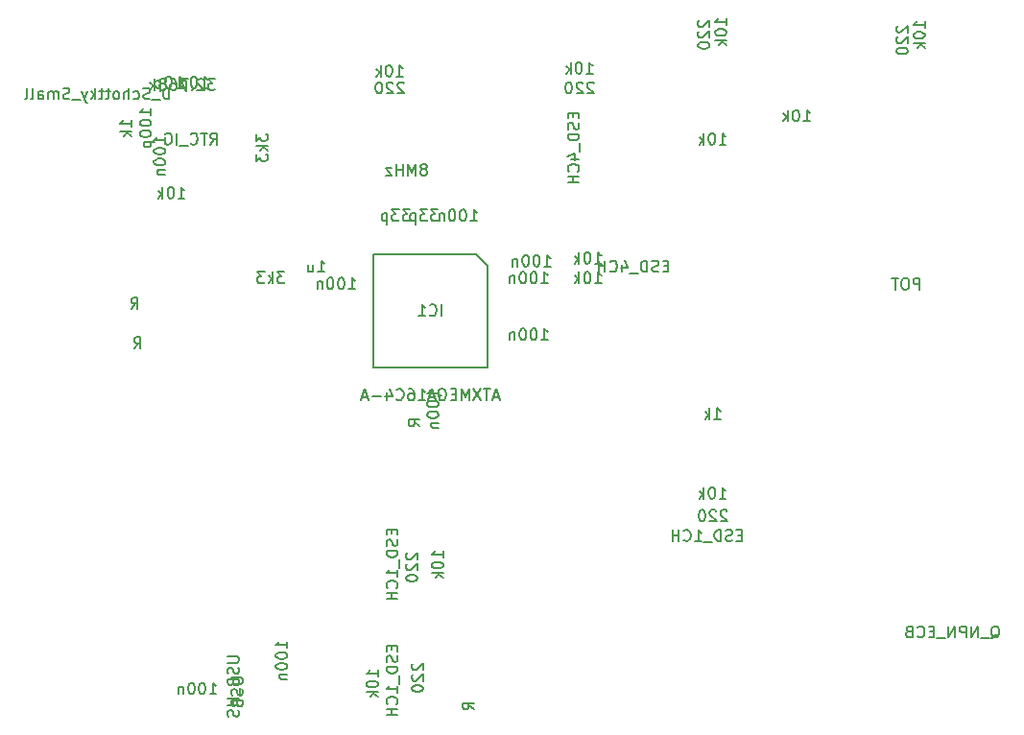
<source format=gbr>
G04 #@! TF.FileFunction,Other,Fab,Bot*
%FSLAX46Y46*%
G04 Gerber Fmt 4.6, Leading zero omitted, Abs format (unit mm)*
G04 Created by KiCad (PCBNEW 4.0.4+dfsg1-stable) date Fri Mar  3 13:36:28 2017*
%MOMM*%
%LPD*%
G01*
G04 APERTURE LIST*
%ADD10C,0.100000*%
%ADD11C,0.150000*%
G04 APERTURE END LIST*
D10*
D11*
X42836900Y47380100D02*
X33836900Y47380100D01*
X33836900Y47380100D02*
X33836900Y37380100D01*
X33836900Y37380100D02*
X43836900Y37380100D01*
X43836900Y37380100D02*
X43836900Y46380100D01*
X43836900Y46380100D02*
X42836900Y47380100D01*
X44860710Y34763433D02*
X44384519Y34763433D01*
X44955948Y34477719D02*
X44622615Y35477719D01*
X44289281Y34477719D01*
X44098805Y35477719D02*
X43527376Y35477719D01*
X43813091Y34477719D02*
X43813091Y35477719D01*
X43289281Y35477719D02*
X42622614Y34477719D01*
X42622614Y35477719D02*
X43289281Y34477719D01*
X42241662Y34477719D02*
X42241662Y35477719D01*
X41908328Y34763433D01*
X41574995Y35477719D01*
X41574995Y34477719D01*
X41098805Y35001529D02*
X40765471Y35001529D01*
X40622614Y34477719D02*
X41098805Y34477719D01*
X41098805Y35477719D01*
X40622614Y35477719D01*
X39670233Y35430100D02*
X39765471Y35477719D01*
X39908328Y35477719D01*
X40051186Y35430100D01*
X40146424Y35334862D01*
X40194043Y35239624D01*
X40241662Y35049148D01*
X40241662Y34906290D01*
X40194043Y34715814D01*
X40146424Y34620576D01*
X40051186Y34525338D01*
X39908328Y34477719D01*
X39813090Y34477719D01*
X39670233Y34525338D01*
X39622614Y34572957D01*
X39622614Y34906290D01*
X39813090Y34906290D01*
X39241662Y34763433D02*
X38765471Y34763433D01*
X39336900Y34477719D02*
X39003567Y35477719D01*
X38670233Y34477719D01*
X37813090Y34477719D02*
X38384519Y34477719D01*
X38098805Y34477719D02*
X38098805Y35477719D01*
X38194043Y35334862D01*
X38289281Y35239624D01*
X38384519Y35192005D01*
X36955947Y35477719D02*
X37146424Y35477719D01*
X37241662Y35430100D01*
X37289281Y35382481D01*
X37384519Y35239624D01*
X37432138Y35049148D01*
X37432138Y34668195D01*
X37384519Y34572957D01*
X37336900Y34525338D01*
X37241662Y34477719D01*
X37051185Y34477719D01*
X36955947Y34525338D01*
X36908328Y34572957D01*
X36860709Y34668195D01*
X36860709Y34906290D01*
X36908328Y35001529D01*
X36955947Y35049148D01*
X37051185Y35096767D01*
X37241662Y35096767D01*
X37336900Y35049148D01*
X37384519Y35001529D01*
X37432138Y34906290D01*
X35860709Y34572957D02*
X35908328Y34525338D01*
X36051185Y34477719D01*
X36146423Y34477719D01*
X36289281Y34525338D01*
X36384519Y34620576D01*
X36432138Y34715814D01*
X36479757Y34906290D01*
X36479757Y35049148D01*
X36432138Y35239624D01*
X36384519Y35334862D01*
X36289281Y35430100D01*
X36146423Y35477719D01*
X36051185Y35477719D01*
X35908328Y35430100D01*
X35860709Y35382481D01*
X35003566Y35144386D02*
X35003566Y34477719D01*
X35241662Y35525338D02*
X35479757Y34811052D01*
X34860709Y34811052D01*
X34479757Y34858671D02*
X33717852Y34858671D01*
X33289281Y34763433D02*
X32813090Y34763433D01*
X33384519Y34477719D02*
X33051186Y35477719D01*
X32717852Y34477719D01*
X39813090Y41927719D02*
X39813090Y42927719D01*
X38765471Y42022957D02*
X38813090Y41975338D01*
X38955947Y41927719D01*
X39051185Y41927719D01*
X39194043Y41975338D01*
X39289281Y42070576D01*
X39336900Y42165814D01*
X39384519Y42356290D01*
X39384519Y42499148D01*
X39336900Y42689624D01*
X39289281Y42784862D01*
X39194043Y42880100D01*
X39051185Y42927719D01*
X38955947Y42927719D01*
X38813090Y42880100D01*
X38765471Y42832481D01*
X37813090Y41927719D02*
X38384519Y41927719D01*
X38098805Y41927719D02*
X38098805Y42927719D01*
X38194043Y42784862D01*
X38289281Y42689624D01*
X38384519Y42642005D01*
X48619047Y44797619D02*
X49190476Y44797619D01*
X48904762Y44797619D02*
X48904762Y45797619D01*
X49000000Y45654762D01*
X49095238Y45559524D01*
X49190476Y45511905D01*
X48000000Y45797619D02*
X47904761Y45797619D01*
X47809523Y45750000D01*
X47761904Y45702381D01*
X47714285Y45607143D01*
X47666666Y45416667D01*
X47666666Y45178571D01*
X47714285Y44988095D01*
X47761904Y44892857D01*
X47809523Y44845238D01*
X47904761Y44797619D01*
X48000000Y44797619D01*
X48095238Y44845238D01*
X48142857Y44892857D01*
X48190476Y44988095D01*
X48238095Y45178571D01*
X48238095Y45416667D01*
X48190476Y45607143D01*
X48142857Y45702381D01*
X48095238Y45750000D01*
X48000000Y45797619D01*
X47047619Y45797619D02*
X46952380Y45797619D01*
X46857142Y45750000D01*
X46809523Y45702381D01*
X46761904Y45607143D01*
X46714285Y45416667D01*
X46714285Y45178571D01*
X46761904Y44988095D01*
X46809523Y44892857D01*
X46857142Y44845238D01*
X46952380Y44797619D01*
X47047619Y44797619D01*
X47142857Y44845238D01*
X47190476Y44892857D01*
X47238095Y44988095D01*
X47285714Y45178571D01*
X47285714Y45416667D01*
X47238095Y45607143D01*
X47190476Y45702381D01*
X47142857Y45750000D01*
X47047619Y45797619D01*
X46285714Y45464286D02*
X46285714Y44797619D01*
X46285714Y45369048D02*
X46238095Y45416667D01*
X46142857Y45464286D01*
X45999999Y45464286D01*
X45904761Y45416667D01*
X45857142Y45321429D01*
X45857142Y44797619D01*
X48869047Y46297619D02*
X49440476Y46297619D01*
X49154762Y46297619D02*
X49154762Y47297619D01*
X49250000Y47154762D01*
X49345238Y47059524D01*
X49440476Y47011905D01*
X48250000Y47297619D02*
X48154761Y47297619D01*
X48059523Y47250000D01*
X48011904Y47202381D01*
X47964285Y47107143D01*
X47916666Y46916667D01*
X47916666Y46678571D01*
X47964285Y46488095D01*
X48011904Y46392857D01*
X48059523Y46345238D01*
X48154761Y46297619D01*
X48250000Y46297619D01*
X48345238Y46345238D01*
X48392857Y46392857D01*
X48440476Y46488095D01*
X48488095Y46678571D01*
X48488095Y46916667D01*
X48440476Y47107143D01*
X48392857Y47202381D01*
X48345238Y47250000D01*
X48250000Y47297619D01*
X47297619Y47297619D02*
X47202380Y47297619D01*
X47107142Y47250000D01*
X47059523Y47202381D01*
X47011904Y47107143D01*
X46964285Y46916667D01*
X46964285Y46678571D01*
X47011904Y46488095D01*
X47059523Y46392857D01*
X47107142Y46345238D01*
X47202380Y46297619D01*
X47297619Y46297619D01*
X47392857Y46345238D01*
X47440476Y46392857D01*
X47488095Y46488095D01*
X47535714Y46678571D01*
X47535714Y46916667D01*
X47488095Y47107143D01*
X47440476Y47202381D01*
X47392857Y47250000D01*
X47297619Y47297619D01*
X46535714Y46964286D02*
X46535714Y46297619D01*
X46535714Y46869048D02*
X46488095Y46916667D01*
X46392857Y46964286D01*
X46249999Y46964286D01*
X46154761Y46916667D01*
X46107142Y46821429D01*
X46107142Y46297619D01*
X28916666Y45797619D02*
X29488095Y45797619D01*
X29202381Y45797619D02*
X29202381Y46797619D01*
X29297619Y46654762D01*
X29392857Y46559524D01*
X29488095Y46511905D01*
X28059523Y46464286D02*
X28059523Y45797619D01*
X28488095Y46464286D02*
X28488095Y45940476D01*
X28440476Y45845238D01*
X28345238Y45797619D01*
X28202380Y45797619D01*
X28107142Y45845238D01*
X28059523Y45892857D01*
X31619047Y44297619D02*
X32190476Y44297619D01*
X31904762Y44297619D02*
X31904762Y45297619D01*
X32000000Y45154762D01*
X32095238Y45059524D01*
X32190476Y45011905D01*
X31000000Y45297619D02*
X30904761Y45297619D01*
X30809523Y45250000D01*
X30761904Y45202381D01*
X30714285Y45107143D01*
X30666666Y44916667D01*
X30666666Y44678571D01*
X30714285Y44488095D01*
X30761904Y44392857D01*
X30809523Y44345238D01*
X30904761Y44297619D01*
X31000000Y44297619D01*
X31095238Y44345238D01*
X31142857Y44392857D01*
X31190476Y44488095D01*
X31238095Y44678571D01*
X31238095Y44916667D01*
X31190476Y45107143D01*
X31142857Y45202381D01*
X31095238Y45250000D01*
X31000000Y45297619D01*
X30047619Y45297619D02*
X29952380Y45297619D01*
X29857142Y45250000D01*
X29809523Y45202381D01*
X29761904Y45107143D01*
X29714285Y44916667D01*
X29714285Y44678571D01*
X29761904Y44488095D01*
X29809523Y44392857D01*
X29857142Y44345238D01*
X29952380Y44297619D01*
X30047619Y44297619D01*
X30142857Y44345238D01*
X30190476Y44392857D01*
X30238095Y44488095D01*
X30285714Y44678571D01*
X30285714Y44916667D01*
X30238095Y45107143D01*
X30190476Y45202381D01*
X30142857Y45250000D01*
X30047619Y45297619D01*
X29285714Y44964286D02*
X29285714Y44297619D01*
X29285714Y44869048D02*
X29238095Y44916667D01*
X29142857Y44964286D01*
X28999999Y44964286D01*
X28904761Y44916667D01*
X28857142Y44821429D01*
X28857142Y44297619D01*
X37011905Y51297619D02*
X36392857Y51297619D01*
X36726191Y50916667D01*
X36583333Y50916667D01*
X36488095Y50869048D01*
X36440476Y50821429D01*
X36392857Y50726190D01*
X36392857Y50488095D01*
X36440476Y50392857D01*
X36488095Y50345238D01*
X36583333Y50297619D01*
X36869048Y50297619D01*
X36964286Y50345238D01*
X37011905Y50392857D01*
X36059524Y51297619D02*
X35440476Y51297619D01*
X35773810Y50916667D01*
X35630952Y50916667D01*
X35535714Y50869048D01*
X35488095Y50821429D01*
X35440476Y50726190D01*
X35440476Y50488095D01*
X35488095Y50392857D01*
X35535714Y50345238D01*
X35630952Y50297619D01*
X35916667Y50297619D01*
X36011905Y50345238D01*
X36059524Y50392857D01*
X35011905Y50964286D02*
X35011905Y49964286D01*
X35011905Y50916667D02*
X34916667Y50964286D01*
X34726190Y50964286D01*
X34630952Y50916667D01*
X34583333Y50869048D01*
X34535714Y50773810D01*
X34535714Y50488095D01*
X34583333Y50392857D01*
X34630952Y50345238D01*
X34726190Y50297619D01*
X34916667Y50297619D01*
X35011905Y50345238D01*
X39511905Y51297619D02*
X38892857Y51297619D01*
X39226191Y50916667D01*
X39083333Y50916667D01*
X38988095Y50869048D01*
X38940476Y50821429D01*
X38892857Y50726190D01*
X38892857Y50488095D01*
X38940476Y50392857D01*
X38988095Y50345238D01*
X39083333Y50297619D01*
X39369048Y50297619D01*
X39464286Y50345238D01*
X39511905Y50392857D01*
X38559524Y51297619D02*
X37940476Y51297619D01*
X38273810Y50916667D01*
X38130952Y50916667D01*
X38035714Y50869048D01*
X37988095Y50821429D01*
X37940476Y50726190D01*
X37940476Y50488095D01*
X37988095Y50392857D01*
X38035714Y50345238D01*
X38130952Y50297619D01*
X38416667Y50297619D01*
X38511905Y50345238D01*
X38559524Y50392857D01*
X37511905Y50964286D02*
X37511905Y49964286D01*
X37511905Y50916667D02*
X37416667Y50964286D01*
X37226190Y50964286D01*
X37130952Y50916667D01*
X37083333Y50869048D01*
X37035714Y50773810D01*
X37035714Y50488095D01*
X37083333Y50392857D01*
X37130952Y50345238D01*
X37226190Y50297619D01*
X37416667Y50297619D01*
X37511905Y50345238D01*
X39552381Y34819047D02*
X39552381Y35390476D01*
X39552381Y35104762D02*
X38552381Y35104762D01*
X38695238Y35200000D01*
X38790476Y35295238D01*
X38838095Y35390476D01*
X38552381Y34200000D02*
X38552381Y34104761D01*
X38600000Y34009523D01*
X38647619Y33961904D01*
X38742857Y33914285D01*
X38933333Y33866666D01*
X39171429Y33866666D01*
X39361905Y33914285D01*
X39457143Y33961904D01*
X39504762Y34009523D01*
X39552381Y34104761D01*
X39552381Y34200000D01*
X39504762Y34295238D01*
X39457143Y34342857D01*
X39361905Y34390476D01*
X39171429Y34438095D01*
X38933333Y34438095D01*
X38742857Y34390476D01*
X38647619Y34342857D01*
X38600000Y34295238D01*
X38552381Y34200000D01*
X38552381Y33247619D02*
X38552381Y33152380D01*
X38600000Y33057142D01*
X38647619Y33009523D01*
X38742857Y32961904D01*
X38933333Y32914285D01*
X39171429Y32914285D01*
X39361905Y32961904D01*
X39457143Y33009523D01*
X39504762Y33057142D01*
X39552381Y33152380D01*
X39552381Y33247619D01*
X39504762Y33342857D01*
X39457143Y33390476D01*
X39361905Y33438095D01*
X39171429Y33485714D01*
X38933333Y33485714D01*
X38742857Y33438095D01*
X38647619Y33390476D01*
X38600000Y33342857D01*
X38552381Y33247619D01*
X38885714Y32485714D02*
X39552381Y32485714D01*
X38980952Y32485714D02*
X38933333Y32438095D01*
X38885714Y32342857D01*
X38885714Y32199999D01*
X38933333Y32104761D01*
X39028571Y32057142D01*
X39552381Y32057142D01*
X48619047Y39797619D02*
X49190476Y39797619D01*
X48904762Y39797619D02*
X48904762Y40797619D01*
X49000000Y40654762D01*
X49095238Y40559524D01*
X49190476Y40511905D01*
X48000000Y40797619D02*
X47904761Y40797619D01*
X47809523Y40750000D01*
X47761904Y40702381D01*
X47714285Y40607143D01*
X47666666Y40416667D01*
X47666666Y40178571D01*
X47714285Y39988095D01*
X47761904Y39892857D01*
X47809523Y39845238D01*
X47904761Y39797619D01*
X48000000Y39797619D01*
X48095238Y39845238D01*
X48142857Y39892857D01*
X48190476Y39988095D01*
X48238095Y40178571D01*
X48238095Y40416667D01*
X48190476Y40607143D01*
X48142857Y40702381D01*
X48095238Y40750000D01*
X48000000Y40797619D01*
X47047619Y40797619D02*
X46952380Y40797619D01*
X46857142Y40750000D01*
X46809523Y40702381D01*
X46761904Y40607143D01*
X46714285Y40416667D01*
X46714285Y40178571D01*
X46761904Y39988095D01*
X46809523Y39892857D01*
X46857142Y39845238D01*
X46952380Y39797619D01*
X47047619Y39797619D01*
X47142857Y39845238D01*
X47190476Y39892857D01*
X47238095Y39988095D01*
X47285714Y40178571D01*
X47285714Y40416667D01*
X47238095Y40607143D01*
X47190476Y40702381D01*
X47142857Y40750000D01*
X47047619Y40797619D01*
X46285714Y40464286D02*
X46285714Y39797619D01*
X46285714Y40369048D02*
X46238095Y40416667D01*
X46142857Y40464286D01*
X45999999Y40464286D01*
X45904761Y40416667D01*
X45857142Y40321429D01*
X45857142Y39797619D01*
X42369047Y50297619D02*
X42940476Y50297619D01*
X42654762Y50297619D02*
X42654762Y51297619D01*
X42750000Y51154762D01*
X42845238Y51059524D01*
X42940476Y51011905D01*
X41750000Y51297619D02*
X41654761Y51297619D01*
X41559523Y51250000D01*
X41511904Y51202381D01*
X41464285Y51107143D01*
X41416666Y50916667D01*
X41416666Y50678571D01*
X41464285Y50488095D01*
X41511904Y50392857D01*
X41559523Y50345238D01*
X41654761Y50297619D01*
X41750000Y50297619D01*
X41845238Y50345238D01*
X41892857Y50392857D01*
X41940476Y50488095D01*
X41988095Y50678571D01*
X41988095Y50916667D01*
X41940476Y51107143D01*
X41892857Y51202381D01*
X41845238Y51250000D01*
X41750000Y51297619D01*
X40797619Y51297619D02*
X40702380Y51297619D01*
X40607142Y51250000D01*
X40559523Y51202381D01*
X40511904Y51107143D01*
X40464285Y50916667D01*
X40464285Y50678571D01*
X40511904Y50488095D01*
X40559523Y50392857D01*
X40607142Y50345238D01*
X40702380Y50297619D01*
X40797619Y50297619D01*
X40892857Y50345238D01*
X40940476Y50392857D01*
X40988095Y50488095D01*
X41035714Y50678571D01*
X41035714Y50916667D01*
X40988095Y51107143D01*
X40940476Y51202381D01*
X40892857Y51250000D01*
X40797619Y51297619D01*
X40035714Y50964286D02*
X40035714Y50297619D01*
X40035714Y50869048D02*
X39988095Y50916667D01*
X39892857Y50964286D01*
X39749999Y50964286D01*
X39654761Y50916667D01*
X39607142Y50821429D01*
X39607142Y50297619D01*
X19369047Y8547619D02*
X19940476Y8547619D01*
X19654762Y8547619D02*
X19654762Y9547619D01*
X19750000Y9404762D01*
X19845238Y9309524D01*
X19940476Y9261905D01*
X18750000Y9547619D02*
X18654761Y9547619D01*
X18559523Y9500000D01*
X18511904Y9452381D01*
X18464285Y9357143D01*
X18416666Y9166667D01*
X18416666Y8928571D01*
X18464285Y8738095D01*
X18511904Y8642857D01*
X18559523Y8595238D01*
X18654761Y8547619D01*
X18750000Y8547619D01*
X18845238Y8595238D01*
X18892857Y8642857D01*
X18940476Y8738095D01*
X18988095Y8928571D01*
X18988095Y9166667D01*
X18940476Y9357143D01*
X18892857Y9452381D01*
X18845238Y9500000D01*
X18750000Y9547619D01*
X17797619Y9547619D02*
X17702380Y9547619D01*
X17607142Y9500000D01*
X17559523Y9452381D01*
X17511904Y9357143D01*
X17464285Y9166667D01*
X17464285Y8928571D01*
X17511904Y8738095D01*
X17559523Y8642857D01*
X17607142Y8595238D01*
X17702380Y8547619D01*
X17797619Y8547619D01*
X17892857Y8595238D01*
X17940476Y8642857D01*
X17988095Y8738095D01*
X18035714Y8928571D01*
X18035714Y9166667D01*
X17988095Y9357143D01*
X17940476Y9452381D01*
X17892857Y9500000D01*
X17797619Y9547619D01*
X17035714Y9214286D02*
X17035714Y8547619D01*
X17035714Y9119048D02*
X16988095Y9166667D01*
X16892857Y9214286D01*
X16749999Y9214286D01*
X16654761Y9166667D01*
X16607142Y9071429D01*
X16607142Y8547619D01*
X14202381Y59619047D02*
X14202381Y60190476D01*
X14202381Y59904762D02*
X13202381Y59904762D01*
X13345238Y60000000D01*
X13440476Y60095238D01*
X13488095Y60190476D01*
X13202381Y59000000D02*
X13202381Y58904761D01*
X13250000Y58809523D01*
X13297619Y58761904D01*
X13392857Y58714285D01*
X13583333Y58666666D01*
X13821429Y58666666D01*
X14011905Y58714285D01*
X14107143Y58761904D01*
X14154762Y58809523D01*
X14202381Y58904761D01*
X14202381Y59000000D01*
X14154762Y59095238D01*
X14107143Y59142857D01*
X14011905Y59190476D01*
X13821429Y59238095D01*
X13583333Y59238095D01*
X13392857Y59190476D01*
X13297619Y59142857D01*
X13250000Y59095238D01*
X13202381Y59000000D01*
X13202381Y58047619D02*
X13202381Y57952380D01*
X13250000Y57857142D01*
X13297619Y57809523D01*
X13392857Y57761904D01*
X13583333Y57714285D01*
X13821429Y57714285D01*
X14011905Y57761904D01*
X14107143Y57809523D01*
X14154762Y57857142D01*
X14202381Y57952380D01*
X14202381Y58047619D01*
X14154762Y58142857D01*
X14107143Y58190476D01*
X14011905Y58238095D01*
X13821429Y58285714D01*
X13583333Y58285714D01*
X13392857Y58238095D01*
X13297619Y58190476D01*
X13250000Y58142857D01*
X13202381Y58047619D01*
X13535714Y57285714D02*
X14535714Y57285714D01*
X13583333Y57285714D02*
X13535714Y57190476D01*
X13535714Y56999999D01*
X13583333Y56904761D01*
X13630952Y56857142D01*
X13726190Y56809523D01*
X14011905Y56809523D01*
X14107143Y56857142D01*
X14154762Y56904761D01*
X14202381Y56999999D01*
X14202381Y57190476D01*
X14154762Y57285714D01*
X15452381Y57119047D02*
X15452381Y57690476D01*
X15452381Y57404762D02*
X14452381Y57404762D01*
X14595238Y57500000D01*
X14690476Y57595238D01*
X14738095Y57690476D01*
X14452381Y56500000D02*
X14452381Y56404761D01*
X14500000Y56309523D01*
X14547619Y56261904D01*
X14642857Y56214285D01*
X14833333Y56166666D01*
X15071429Y56166666D01*
X15261905Y56214285D01*
X15357143Y56261904D01*
X15404762Y56309523D01*
X15452381Y56404761D01*
X15452381Y56500000D01*
X15404762Y56595238D01*
X15357143Y56642857D01*
X15261905Y56690476D01*
X15071429Y56738095D01*
X14833333Y56738095D01*
X14642857Y56690476D01*
X14547619Y56642857D01*
X14500000Y56595238D01*
X14452381Y56500000D01*
X14452381Y55547619D02*
X14452381Y55452380D01*
X14500000Y55357142D01*
X14547619Y55309523D01*
X14642857Y55261904D01*
X14833333Y55214285D01*
X15071429Y55214285D01*
X15261905Y55261904D01*
X15357143Y55309523D01*
X15404762Y55357142D01*
X15452381Y55452380D01*
X15452381Y55547619D01*
X15404762Y55642857D01*
X15357143Y55690476D01*
X15261905Y55738095D01*
X15071429Y55785714D01*
X14833333Y55785714D01*
X14642857Y55738095D01*
X14547619Y55690476D01*
X14500000Y55642857D01*
X14452381Y55547619D01*
X14785714Y54785714D02*
X15452381Y54785714D01*
X14880952Y54785714D02*
X14833333Y54738095D01*
X14785714Y54642857D01*
X14785714Y54499999D01*
X14833333Y54404761D01*
X14928571Y54357142D01*
X15452381Y54357142D01*
X18642857Y62047619D02*
X19214286Y62047619D01*
X18928572Y62047619D02*
X18928572Y63047619D01*
X19023810Y62904762D01*
X19119048Y62809524D01*
X19214286Y62761905D01*
X18023810Y63047619D02*
X17928571Y63047619D01*
X17833333Y63000000D01*
X17785714Y62952381D01*
X17738095Y62857143D01*
X17690476Y62666667D01*
X17690476Y62428571D01*
X17738095Y62238095D01*
X17785714Y62142857D01*
X17833333Y62095238D01*
X17928571Y62047619D01*
X18023810Y62047619D01*
X18119048Y62095238D01*
X18166667Y62142857D01*
X18214286Y62238095D01*
X18261905Y62428571D01*
X18261905Y62666667D01*
X18214286Y62857143D01*
X18166667Y62952381D01*
X18119048Y63000000D01*
X18023810Y63047619D01*
X17261905Y62714286D02*
X17261905Y61714286D01*
X17261905Y62666667D02*
X17166667Y62714286D01*
X16976190Y62714286D01*
X16880952Y62666667D01*
X16833333Y62619048D01*
X16785714Y62523810D01*
X16785714Y62238095D01*
X16833333Y62142857D01*
X16880952Y62095238D01*
X16976190Y62047619D01*
X17166667Y62047619D01*
X17261905Y62095238D01*
X16392857Y62047619D02*
X16964286Y62047619D01*
X16678572Y62047619D02*
X16678572Y63047619D01*
X16773810Y62904762D01*
X16869048Y62809524D01*
X16964286Y62761905D01*
X15773810Y63047619D02*
X15678571Y63047619D01*
X15583333Y63000000D01*
X15535714Y62952381D01*
X15488095Y62857143D01*
X15440476Y62666667D01*
X15440476Y62428571D01*
X15488095Y62238095D01*
X15535714Y62142857D01*
X15583333Y62095238D01*
X15678571Y62047619D01*
X15773810Y62047619D01*
X15869048Y62095238D01*
X15916667Y62142857D01*
X15964286Y62238095D01*
X16011905Y62428571D01*
X16011905Y62666667D01*
X15964286Y62857143D01*
X15916667Y62952381D01*
X15869048Y63000000D01*
X15773810Y63047619D01*
X15011905Y62714286D02*
X15011905Y61714286D01*
X15011905Y62666667D02*
X14916667Y62714286D01*
X14726190Y62714286D01*
X14630952Y62666667D01*
X14583333Y62619048D01*
X14535714Y62523810D01*
X14535714Y62238095D01*
X14583333Y62142857D01*
X14630952Y62095238D01*
X14726190Y62047619D01*
X14916667Y62047619D01*
X15011905Y62095238D01*
X15809525Y61047619D02*
X15809525Y62047619D01*
X15571430Y62047619D01*
X15428572Y62000000D01*
X15333334Y61904762D01*
X15285715Y61809524D01*
X15238096Y61619048D01*
X15238096Y61476190D01*
X15285715Y61285714D01*
X15333334Y61190476D01*
X15428572Y61095238D01*
X15571430Y61047619D01*
X15809525Y61047619D01*
X15047620Y60952381D02*
X14285715Y60952381D01*
X14095239Y61095238D02*
X13952382Y61047619D01*
X13714286Y61047619D01*
X13619048Y61095238D01*
X13571429Y61142857D01*
X13523810Y61238095D01*
X13523810Y61333333D01*
X13571429Y61428571D01*
X13619048Y61476190D01*
X13714286Y61523810D01*
X13904763Y61571429D01*
X14000001Y61619048D01*
X14047620Y61666667D01*
X14095239Y61761905D01*
X14095239Y61857143D01*
X14047620Y61952381D01*
X14000001Y62000000D01*
X13904763Y62047619D01*
X13666667Y62047619D01*
X13523810Y62000000D01*
X12666667Y61095238D02*
X12761905Y61047619D01*
X12952382Y61047619D01*
X13047620Y61095238D01*
X13095239Y61142857D01*
X13142858Y61238095D01*
X13142858Y61523810D01*
X13095239Y61619048D01*
X13047620Y61666667D01*
X12952382Y61714286D01*
X12761905Y61714286D01*
X12666667Y61666667D01*
X12238096Y61047619D02*
X12238096Y62047619D01*
X11809524Y61047619D02*
X11809524Y61571429D01*
X11857143Y61666667D01*
X11952381Y61714286D01*
X12095239Y61714286D01*
X12190477Y61666667D01*
X12238096Y61619048D01*
X11190477Y61047619D02*
X11285715Y61095238D01*
X11333334Y61142857D01*
X11380953Y61238095D01*
X11380953Y61523810D01*
X11333334Y61619048D01*
X11285715Y61666667D01*
X11190477Y61714286D01*
X11047619Y61714286D01*
X10952381Y61666667D01*
X10904762Y61619048D01*
X10857143Y61523810D01*
X10857143Y61238095D01*
X10904762Y61142857D01*
X10952381Y61095238D01*
X11047619Y61047619D01*
X11190477Y61047619D01*
X10571429Y61714286D02*
X10190477Y61714286D01*
X10428572Y62047619D02*
X10428572Y61190476D01*
X10380953Y61095238D01*
X10285715Y61047619D01*
X10190477Y61047619D01*
X10000000Y61714286D02*
X9619048Y61714286D01*
X9857143Y62047619D02*
X9857143Y61190476D01*
X9809524Y61095238D01*
X9714286Y61047619D01*
X9619048Y61047619D01*
X9285714Y61047619D02*
X9285714Y62047619D01*
X9190476Y61428571D02*
X8904761Y61047619D01*
X8904761Y61714286D02*
X9285714Y61333333D01*
X8571428Y61714286D02*
X8333333Y61047619D01*
X8095237Y61714286D02*
X8333333Y61047619D01*
X8428571Y60809524D01*
X8476190Y60761905D01*
X8571428Y60714286D01*
X7952380Y60952381D02*
X7190475Y60952381D01*
X6999999Y61095238D02*
X6857142Y61047619D01*
X6619046Y61047619D01*
X6523808Y61095238D01*
X6476189Y61142857D01*
X6428570Y61238095D01*
X6428570Y61333333D01*
X6476189Y61428571D01*
X6523808Y61476190D01*
X6619046Y61523810D01*
X6809523Y61571429D01*
X6904761Y61619048D01*
X6952380Y61666667D01*
X6999999Y61761905D01*
X6999999Y61857143D01*
X6952380Y61952381D01*
X6904761Y62000000D01*
X6809523Y62047619D01*
X6571427Y62047619D01*
X6428570Y62000000D01*
X5999999Y61047619D02*
X5999999Y61714286D01*
X5999999Y61619048D02*
X5952380Y61666667D01*
X5857142Y61714286D01*
X5714284Y61714286D01*
X5619046Y61666667D01*
X5571427Y61571429D01*
X5571427Y61047619D01*
X5571427Y61571429D02*
X5523808Y61666667D01*
X5428570Y61714286D01*
X5285713Y61714286D01*
X5190475Y61666667D01*
X5142856Y61571429D01*
X5142856Y61047619D01*
X4238094Y61047619D02*
X4238094Y61571429D01*
X4285713Y61666667D01*
X4380951Y61714286D01*
X4571428Y61714286D01*
X4666666Y61666667D01*
X4238094Y61095238D02*
X4333332Y61047619D01*
X4571428Y61047619D01*
X4666666Y61095238D01*
X4714285Y61190476D01*
X4714285Y61285714D01*
X4666666Y61380952D01*
X4571428Y61428571D01*
X4333332Y61428571D01*
X4238094Y61476190D01*
X3619047Y61047619D02*
X3714285Y61095238D01*
X3761904Y61190476D01*
X3761904Y62047619D01*
X3095237Y61047619D02*
X3190475Y61095238D01*
X3238094Y61190476D01*
X3238094Y62047619D01*
X59821429Y46321429D02*
X59488095Y46321429D01*
X59345238Y45797619D02*
X59821429Y45797619D01*
X59821429Y46797619D01*
X59345238Y46797619D01*
X58964286Y45845238D02*
X58821429Y45797619D01*
X58583333Y45797619D01*
X58488095Y45845238D01*
X58440476Y45892857D01*
X58392857Y45988095D01*
X58392857Y46083333D01*
X58440476Y46178571D01*
X58488095Y46226190D01*
X58583333Y46273810D01*
X58773810Y46321429D01*
X58869048Y46369048D01*
X58916667Y46416667D01*
X58964286Y46511905D01*
X58964286Y46607143D01*
X58916667Y46702381D01*
X58869048Y46750000D01*
X58773810Y46797619D01*
X58535714Y46797619D01*
X58392857Y46750000D01*
X57964286Y45797619D02*
X57964286Y46797619D01*
X57726191Y46797619D01*
X57583333Y46750000D01*
X57488095Y46654762D01*
X57440476Y46559524D01*
X57392857Y46369048D01*
X57392857Y46226190D01*
X57440476Y46035714D01*
X57488095Y45940476D01*
X57583333Y45845238D01*
X57726191Y45797619D01*
X57964286Y45797619D01*
X57202381Y45702381D02*
X56440476Y45702381D01*
X55773809Y46464286D02*
X55773809Y45797619D01*
X56011905Y46845238D02*
X56250000Y46130952D01*
X55630952Y46130952D01*
X54678571Y45892857D02*
X54726190Y45845238D01*
X54869047Y45797619D01*
X54964285Y45797619D01*
X55107143Y45845238D01*
X55202381Y45940476D01*
X55250000Y46035714D01*
X55297619Y46226190D01*
X55297619Y46369048D01*
X55250000Y46559524D01*
X55202381Y46654762D01*
X55107143Y46750000D01*
X54964285Y46797619D01*
X54869047Y46797619D01*
X54726190Y46750000D01*
X54678571Y46702381D01*
X54250000Y45797619D02*
X54250000Y46797619D01*
X54250000Y46321429D02*
X53678571Y46321429D01*
X53678571Y45797619D02*
X53678571Y46797619D01*
X51428571Y59821429D02*
X51428571Y59488095D01*
X51952381Y59345238D02*
X51952381Y59821429D01*
X50952381Y59821429D01*
X50952381Y59345238D01*
X51904762Y58964286D02*
X51952381Y58821429D01*
X51952381Y58583333D01*
X51904762Y58488095D01*
X51857143Y58440476D01*
X51761905Y58392857D01*
X51666667Y58392857D01*
X51571429Y58440476D01*
X51523810Y58488095D01*
X51476190Y58583333D01*
X51428571Y58773810D01*
X51380952Y58869048D01*
X51333333Y58916667D01*
X51238095Y58964286D01*
X51142857Y58964286D01*
X51047619Y58916667D01*
X51000000Y58869048D01*
X50952381Y58773810D01*
X50952381Y58535714D01*
X51000000Y58392857D01*
X51952381Y57964286D02*
X50952381Y57964286D01*
X50952381Y57726191D01*
X51000000Y57583333D01*
X51095238Y57488095D01*
X51190476Y57440476D01*
X51380952Y57392857D01*
X51523810Y57392857D01*
X51714286Y57440476D01*
X51809524Y57488095D01*
X51904762Y57583333D01*
X51952381Y57726191D01*
X51952381Y57964286D01*
X52047619Y57202381D02*
X52047619Y56440476D01*
X51285714Y55773809D02*
X51952381Y55773809D01*
X50904762Y56011905D02*
X51619048Y56250000D01*
X51619048Y55630952D01*
X51857143Y54678571D02*
X51904762Y54726190D01*
X51952381Y54869047D01*
X51952381Y54964285D01*
X51904762Y55107143D01*
X51809524Y55202381D01*
X51714286Y55250000D01*
X51523810Y55297619D01*
X51380952Y55297619D01*
X51190476Y55250000D01*
X51095238Y55202381D01*
X51000000Y55107143D01*
X50952381Y54964285D01*
X50952381Y54869047D01*
X51000000Y54726190D01*
X51047619Y54678571D01*
X51952381Y54250000D02*
X50952381Y54250000D01*
X51428571Y54250000D02*
X51428571Y53678571D01*
X51952381Y53678571D02*
X50952381Y53678571D01*
X20952381Y11892857D02*
X21761905Y11892857D01*
X21857143Y11845238D01*
X21904762Y11797619D01*
X21952381Y11702381D01*
X21952381Y11511904D01*
X21904762Y11416666D01*
X21857143Y11369047D01*
X21761905Y11321428D01*
X20952381Y11321428D01*
X21904762Y10892857D02*
X21952381Y10750000D01*
X21952381Y10511904D01*
X21904762Y10416666D01*
X21857143Y10369047D01*
X21761905Y10321428D01*
X21666667Y10321428D01*
X21571429Y10369047D01*
X21523810Y10416666D01*
X21476190Y10511904D01*
X21428571Y10702381D01*
X21380952Y10797619D01*
X21333333Y10845238D01*
X21238095Y10892857D01*
X21142857Y10892857D01*
X21047619Y10845238D01*
X21000000Y10797619D01*
X20952381Y10702381D01*
X20952381Y10464285D01*
X21000000Y10321428D01*
X21428571Y9559523D02*
X21476190Y9416666D01*
X21523810Y9369047D01*
X21619048Y9321428D01*
X21761905Y9321428D01*
X21857143Y9369047D01*
X21904762Y9416666D01*
X21952381Y9511904D01*
X21952381Y9892857D01*
X20952381Y9892857D01*
X20952381Y9559523D01*
X21000000Y9464285D01*
X21047619Y9416666D01*
X21142857Y9369047D01*
X21238095Y9369047D01*
X21333333Y9416666D01*
X21380952Y9464285D01*
X21428571Y9559523D01*
X21428571Y9892857D01*
X22047619Y9130952D02*
X22047619Y8369047D01*
X21952381Y8130952D02*
X20952381Y8130952D01*
X21428571Y8130952D02*
X21428571Y7559523D01*
X21952381Y7559523D02*
X20952381Y7559523D01*
X21904762Y7130952D02*
X21952381Y6988095D01*
X21952381Y6749999D01*
X21904762Y6654761D01*
X21857143Y6607142D01*
X21761905Y6559523D01*
X21666667Y6559523D01*
X21571429Y6607142D01*
X21523810Y6654761D01*
X21476190Y6749999D01*
X21428571Y6940476D01*
X21380952Y7035714D01*
X21333333Y7083333D01*
X21238095Y7130952D01*
X21142857Y7130952D01*
X21047619Y7083333D01*
X21000000Y7035714D01*
X20952381Y6940476D01*
X20952381Y6702380D01*
X21000000Y6559523D01*
X88280812Y13451401D02*
X88376050Y13499020D01*
X88471288Y13594258D01*
X88614145Y13737115D01*
X88709384Y13784734D01*
X88804622Y13784734D01*
X88757003Y13546639D02*
X88852241Y13594258D01*
X88947479Y13689496D01*
X88995098Y13879972D01*
X88995098Y14213306D01*
X88947479Y14403782D01*
X88852241Y14499020D01*
X88757003Y14546639D01*
X88566526Y14546639D01*
X88471288Y14499020D01*
X88376050Y14403782D01*
X88328431Y14213306D01*
X88328431Y13879972D01*
X88376050Y13689496D01*
X88471288Y13594258D01*
X88566526Y13546639D01*
X88757003Y13546639D01*
X88137955Y13451401D02*
X87376050Y13451401D01*
X87137955Y13546639D02*
X87137955Y14546639D01*
X86566526Y13546639D01*
X86566526Y14546639D01*
X86090336Y13546639D02*
X86090336Y14546639D01*
X85709383Y14546639D01*
X85614145Y14499020D01*
X85566526Y14451401D01*
X85518907Y14356163D01*
X85518907Y14213306D01*
X85566526Y14118068D01*
X85614145Y14070449D01*
X85709383Y14022830D01*
X86090336Y14022830D01*
X85090336Y13546639D02*
X85090336Y14546639D01*
X84518907Y13546639D01*
X84518907Y14546639D01*
X84280812Y13451401D02*
X83518907Y13451401D01*
X83280812Y14070449D02*
X82947478Y14070449D01*
X82804621Y13546639D02*
X83280812Y13546639D01*
X83280812Y14546639D01*
X82804621Y14546639D01*
X81804621Y13641877D02*
X81852240Y13594258D01*
X81995097Y13546639D01*
X82090335Y13546639D01*
X82233193Y13594258D01*
X82328431Y13689496D01*
X82376050Y13784734D01*
X82423669Y13975210D01*
X82423669Y14118068D01*
X82376050Y14308544D01*
X82328431Y14403782D01*
X82233193Y14499020D01*
X82090335Y14546639D01*
X81995097Y14546639D01*
X81852240Y14499020D01*
X81804621Y14451401D01*
X81042716Y14070449D02*
X80899859Y14022830D01*
X80852240Y13975210D01*
X80804621Y13879972D01*
X80804621Y13737115D01*
X80852240Y13641877D01*
X80899859Y13594258D01*
X80995097Y13546639D01*
X81376050Y13546639D01*
X81376050Y14546639D01*
X81042716Y14546639D01*
X80947478Y14499020D01*
X80899859Y14451401D01*
X80852240Y14356163D01*
X80852240Y14260925D01*
X80899859Y14165687D01*
X80947478Y14118068D01*
X81042716Y14070449D01*
X81376050Y14070449D01*
X53345238Y44797619D02*
X53916667Y44797619D01*
X53630953Y44797619D02*
X53630953Y45797619D01*
X53726191Y45654762D01*
X53821429Y45559524D01*
X53916667Y45511905D01*
X52726191Y45797619D02*
X52630952Y45797619D01*
X52535714Y45750000D01*
X52488095Y45702381D01*
X52440476Y45607143D01*
X52392857Y45416667D01*
X52392857Y45178571D01*
X52440476Y44988095D01*
X52488095Y44892857D01*
X52535714Y44845238D01*
X52630952Y44797619D01*
X52726191Y44797619D01*
X52821429Y44845238D01*
X52869048Y44892857D01*
X52916667Y44988095D01*
X52964286Y45178571D01*
X52964286Y45416667D01*
X52916667Y45607143D01*
X52869048Y45702381D01*
X52821429Y45750000D01*
X52726191Y45797619D01*
X51964286Y44797619D02*
X51964286Y45797619D01*
X51869048Y45178571D02*
X51583333Y44797619D01*
X51583333Y45464286D02*
X51964286Y45083333D01*
X71745238Y59097619D02*
X72316667Y59097619D01*
X72030953Y59097619D02*
X72030953Y60097619D01*
X72126191Y59954762D01*
X72221429Y59859524D01*
X72316667Y59811905D01*
X71126191Y60097619D02*
X71030952Y60097619D01*
X70935714Y60050000D01*
X70888095Y60002381D01*
X70840476Y59907143D01*
X70792857Y59716667D01*
X70792857Y59478571D01*
X70840476Y59288095D01*
X70888095Y59192857D01*
X70935714Y59145238D01*
X71030952Y59097619D01*
X71126191Y59097619D01*
X71221429Y59145238D01*
X71269048Y59192857D01*
X71316667Y59288095D01*
X71364286Y59478571D01*
X71364286Y59716667D01*
X71316667Y59907143D01*
X71269048Y60002381D01*
X71221429Y60050000D01*
X71126191Y60097619D01*
X70364286Y59097619D02*
X70364286Y60097619D01*
X70269048Y59478571D02*
X69983333Y59097619D01*
X69983333Y59764286D02*
X70364286Y59383333D01*
X80047619Y67488095D02*
X80000000Y67440476D01*
X79952381Y67345238D01*
X79952381Y67107142D01*
X80000000Y67011904D01*
X80047619Y66964285D01*
X80142857Y66916666D01*
X80238095Y66916666D01*
X80380952Y66964285D01*
X80952381Y67535714D01*
X80952381Y66916666D01*
X80047619Y66535714D02*
X80000000Y66488095D01*
X79952381Y66392857D01*
X79952381Y66154761D01*
X80000000Y66059523D01*
X80047619Y66011904D01*
X80142857Y65964285D01*
X80238095Y65964285D01*
X80380952Y66011904D01*
X80952381Y66583333D01*
X80952381Y65964285D01*
X79952381Y65345238D02*
X79952381Y65249999D01*
X80000000Y65154761D01*
X80047619Y65107142D01*
X80142857Y65059523D01*
X80333333Y65011904D01*
X80571429Y65011904D01*
X80761905Y65059523D01*
X80857143Y65107142D01*
X80904762Y65154761D01*
X80952381Y65249999D01*
X80952381Y65345238D01*
X80904762Y65440476D01*
X80857143Y65488095D01*
X80761905Y65535714D01*
X80571429Y65583333D01*
X80333333Y65583333D01*
X80142857Y65535714D01*
X80047619Y65488095D01*
X80000000Y65440476D01*
X79952381Y65345238D01*
X62547619Y67988095D02*
X62500000Y67940476D01*
X62452381Y67845238D01*
X62452381Y67607142D01*
X62500000Y67511904D01*
X62547619Y67464285D01*
X62642857Y67416666D01*
X62738095Y67416666D01*
X62880952Y67464285D01*
X63452381Y68035714D01*
X63452381Y67416666D01*
X62547619Y67035714D02*
X62500000Y66988095D01*
X62452381Y66892857D01*
X62452381Y66654761D01*
X62500000Y66559523D01*
X62547619Y66511904D01*
X62642857Y66464285D01*
X62738095Y66464285D01*
X62880952Y66511904D01*
X63452381Y67083333D01*
X63452381Y66464285D01*
X62452381Y65845238D02*
X62452381Y65749999D01*
X62500000Y65654761D01*
X62547619Y65607142D01*
X62642857Y65559523D01*
X62833333Y65511904D01*
X63071429Y65511904D01*
X63261905Y65559523D01*
X63357143Y65607142D01*
X63404762Y65654761D01*
X63452381Y65749999D01*
X63452381Y65845238D01*
X63404762Y65940476D01*
X63357143Y65988095D01*
X63261905Y66035714D01*
X63071429Y66083333D01*
X62833333Y66083333D01*
X62642857Y66035714D01*
X62547619Y65988095D01*
X62500000Y65940476D01*
X62452381Y65845238D01*
X64988095Y24702381D02*
X64940476Y24750000D01*
X64845238Y24797619D01*
X64607142Y24797619D01*
X64511904Y24750000D01*
X64464285Y24702381D01*
X64416666Y24607143D01*
X64416666Y24511905D01*
X64464285Y24369048D01*
X65035714Y23797619D01*
X64416666Y23797619D01*
X64035714Y24702381D02*
X63988095Y24750000D01*
X63892857Y24797619D01*
X63654761Y24797619D01*
X63559523Y24750000D01*
X63511904Y24702381D01*
X63464285Y24607143D01*
X63464285Y24511905D01*
X63511904Y24369048D01*
X64083333Y23797619D01*
X63464285Y23797619D01*
X62845238Y24797619D02*
X62749999Y24797619D01*
X62654761Y24750000D01*
X62607142Y24702381D01*
X62559523Y24607143D01*
X62511904Y24416667D01*
X62511904Y24178571D01*
X62559523Y23988095D01*
X62607142Y23892857D01*
X62654761Y23845238D01*
X62749999Y23797619D01*
X62845238Y23797619D01*
X62940476Y23845238D01*
X62988095Y23892857D01*
X63035714Y23988095D01*
X63083333Y24178571D01*
X63083333Y24416667D01*
X63035714Y24607143D01*
X62988095Y24702381D01*
X62940476Y24750000D01*
X62845238Y24797619D01*
X82452381Y67345238D02*
X82452381Y67916667D01*
X82452381Y67630953D02*
X81452381Y67630953D01*
X81595238Y67726191D01*
X81690476Y67821429D01*
X81738095Y67916667D01*
X81452381Y66726191D02*
X81452381Y66630952D01*
X81500000Y66535714D01*
X81547619Y66488095D01*
X81642857Y66440476D01*
X81833333Y66392857D01*
X82071429Y66392857D01*
X82261905Y66440476D01*
X82357143Y66488095D01*
X82404762Y66535714D01*
X82452381Y66630952D01*
X82452381Y66726191D01*
X82404762Y66821429D01*
X82357143Y66869048D01*
X82261905Y66916667D01*
X82071429Y66964286D01*
X81833333Y66964286D01*
X81642857Y66916667D01*
X81547619Y66869048D01*
X81500000Y66821429D01*
X81452381Y66726191D01*
X82452381Y65964286D02*
X81452381Y65964286D01*
X82071429Y65869048D02*
X82452381Y65583333D01*
X81785714Y65583333D02*
X82166667Y65964286D01*
X64952381Y67595238D02*
X64952381Y68166667D01*
X64952381Y67880953D02*
X63952381Y67880953D01*
X64095238Y67976191D01*
X64190476Y68071429D01*
X64238095Y68166667D01*
X63952381Y66976191D02*
X63952381Y66880952D01*
X64000000Y66785714D01*
X64047619Y66738095D01*
X64142857Y66690476D01*
X64333333Y66642857D01*
X64571429Y66642857D01*
X64761905Y66690476D01*
X64857143Y66738095D01*
X64904762Y66785714D01*
X64952381Y66880952D01*
X64952381Y66976191D01*
X64904762Y67071429D01*
X64857143Y67119048D01*
X64761905Y67166667D01*
X64571429Y67214286D01*
X64333333Y67214286D01*
X64142857Y67166667D01*
X64047619Y67119048D01*
X64000000Y67071429D01*
X63952381Y66976191D01*
X64952381Y66214286D02*
X63952381Y66214286D01*
X64571429Y66119048D02*
X64952381Y65833333D01*
X64285714Y65833333D02*
X64666667Y66214286D01*
X64345238Y25797619D02*
X64916667Y25797619D01*
X64630953Y25797619D02*
X64630953Y26797619D01*
X64726191Y26654762D01*
X64821429Y26559524D01*
X64916667Y26511905D01*
X63726191Y26797619D02*
X63630952Y26797619D01*
X63535714Y26750000D01*
X63488095Y26702381D01*
X63440476Y26607143D01*
X63392857Y26416667D01*
X63392857Y26178571D01*
X63440476Y25988095D01*
X63488095Y25892857D01*
X63535714Y25845238D01*
X63630952Y25797619D01*
X63726191Y25797619D01*
X63821429Y25845238D01*
X63869048Y25892857D01*
X63916667Y25988095D01*
X63964286Y26178571D01*
X63964286Y26416667D01*
X63916667Y26607143D01*
X63869048Y26702381D01*
X63821429Y26750000D01*
X63726191Y26797619D01*
X62964286Y25797619D02*
X62964286Y26797619D01*
X62869048Y26178571D02*
X62583333Y25797619D01*
X62583333Y26464286D02*
X62964286Y26083333D01*
X64345238Y57047619D02*
X64916667Y57047619D01*
X64630953Y57047619D02*
X64630953Y58047619D01*
X64726191Y57904762D01*
X64821429Y57809524D01*
X64916667Y57761905D01*
X63726191Y58047619D02*
X63630952Y58047619D01*
X63535714Y58000000D01*
X63488095Y57952381D01*
X63440476Y57857143D01*
X63392857Y57666667D01*
X63392857Y57428571D01*
X63440476Y57238095D01*
X63488095Y57142857D01*
X63535714Y57095238D01*
X63630952Y57047619D01*
X63726191Y57047619D01*
X63821429Y57095238D01*
X63869048Y57142857D01*
X63916667Y57238095D01*
X63964286Y57428571D01*
X63964286Y57666667D01*
X63916667Y57857143D01*
X63869048Y57952381D01*
X63821429Y58000000D01*
X63726191Y58047619D01*
X62964286Y57047619D02*
X62964286Y58047619D01*
X62869048Y57428571D02*
X62583333Y57047619D01*
X62583333Y57714286D02*
X62964286Y57333333D01*
X36488095Y62452381D02*
X36440476Y62500000D01*
X36345238Y62547619D01*
X36107142Y62547619D01*
X36011904Y62500000D01*
X35964285Y62452381D01*
X35916666Y62357143D01*
X35916666Y62261905D01*
X35964285Y62119048D01*
X36535714Y61547619D01*
X35916666Y61547619D01*
X35535714Y62452381D02*
X35488095Y62500000D01*
X35392857Y62547619D01*
X35154761Y62547619D01*
X35059523Y62500000D01*
X35011904Y62452381D01*
X34964285Y62357143D01*
X34964285Y62261905D01*
X35011904Y62119048D01*
X35583333Y61547619D01*
X34964285Y61547619D01*
X34345238Y62547619D02*
X34249999Y62547619D01*
X34154761Y62500000D01*
X34107142Y62452381D01*
X34059523Y62357143D01*
X34011904Y62166667D01*
X34011904Y61928571D01*
X34059523Y61738095D01*
X34107142Y61642857D01*
X34154761Y61595238D01*
X34249999Y61547619D01*
X34345238Y61547619D01*
X34440476Y61595238D01*
X34488095Y61642857D01*
X34535714Y61738095D01*
X34583333Y61928571D01*
X34583333Y62166667D01*
X34535714Y62357143D01*
X34488095Y62452381D01*
X34440476Y62500000D01*
X34345238Y62547619D01*
X53238095Y62452381D02*
X53190476Y62500000D01*
X53095238Y62547619D01*
X52857142Y62547619D01*
X52761904Y62500000D01*
X52714285Y62452381D01*
X52666666Y62357143D01*
X52666666Y62261905D01*
X52714285Y62119048D01*
X53285714Y61547619D01*
X52666666Y61547619D01*
X52285714Y62452381D02*
X52238095Y62500000D01*
X52142857Y62547619D01*
X51904761Y62547619D01*
X51809523Y62500000D01*
X51761904Y62452381D01*
X51714285Y62357143D01*
X51714285Y62261905D01*
X51761904Y62119048D01*
X52333333Y61547619D01*
X51714285Y61547619D01*
X51095238Y62547619D02*
X50999999Y62547619D01*
X50904761Y62500000D01*
X50857142Y62452381D01*
X50809523Y62357143D01*
X50761904Y62166667D01*
X50761904Y61928571D01*
X50809523Y61738095D01*
X50857142Y61642857D01*
X50904761Y61595238D01*
X50999999Y61547619D01*
X51095238Y61547619D01*
X51190476Y61595238D01*
X51238095Y61642857D01*
X51285714Y61738095D01*
X51333333Y61928571D01*
X51333333Y62166667D01*
X51285714Y62357143D01*
X51238095Y62452381D01*
X51190476Y62500000D01*
X51095238Y62547619D01*
X53345238Y46547619D02*
X53916667Y46547619D01*
X53630953Y46547619D02*
X53630953Y47547619D01*
X53726191Y47404762D01*
X53821429Y47309524D01*
X53916667Y47261905D01*
X52726191Y47547619D02*
X52630952Y47547619D01*
X52535714Y47500000D01*
X52488095Y47452381D01*
X52440476Y47357143D01*
X52392857Y47166667D01*
X52392857Y46928571D01*
X52440476Y46738095D01*
X52488095Y46642857D01*
X52535714Y46595238D01*
X52630952Y46547619D01*
X52726191Y46547619D01*
X52821429Y46595238D01*
X52869048Y46642857D01*
X52916667Y46738095D01*
X52964286Y46928571D01*
X52964286Y47166667D01*
X52916667Y47357143D01*
X52869048Y47452381D01*
X52821429Y47500000D01*
X52726191Y47547619D01*
X51964286Y46547619D02*
X51964286Y47547619D01*
X51869048Y46928571D02*
X51583333Y46547619D01*
X51583333Y47214286D02*
X51964286Y46833333D01*
X35845238Y63047619D02*
X36416667Y63047619D01*
X36130953Y63047619D02*
X36130953Y64047619D01*
X36226191Y63904762D01*
X36321429Y63809524D01*
X36416667Y63761905D01*
X35226191Y64047619D02*
X35130952Y64047619D01*
X35035714Y64000000D01*
X34988095Y63952381D01*
X34940476Y63857143D01*
X34892857Y63666667D01*
X34892857Y63428571D01*
X34940476Y63238095D01*
X34988095Y63142857D01*
X35035714Y63095238D01*
X35130952Y63047619D01*
X35226191Y63047619D01*
X35321429Y63095238D01*
X35369048Y63142857D01*
X35416667Y63238095D01*
X35464286Y63428571D01*
X35464286Y63666667D01*
X35416667Y63857143D01*
X35369048Y63952381D01*
X35321429Y64000000D01*
X35226191Y64047619D01*
X34464286Y63047619D02*
X34464286Y64047619D01*
X34369048Y63428571D02*
X34083333Y63047619D01*
X34083333Y63714286D02*
X34464286Y63333333D01*
X52595238Y63297619D02*
X53166667Y63297619D01*
X52880953Y63297619D02*
X52880953Y64297619D01*
X52976191Y64154762D01*
X53071429Y64059524D01*
X53166667Y64011905D01*
X51976191Y64297619D02*
X51880952Y64297619D01*
X51785714Y64250000D01*
X51738095Y64202381D01*
X51690476Y64107143D01*
X51642857Y63916667D01*
X51642857Y63678571D01*
X51690476Y63488095D01*
X51738095Y63392857D01*
X51785714Y63345238D01*
X51880952Y63297619D01*
X51976191Y63297619D01*
X52071429Y63345238D01*
X52119048Y63392857D01*
X52166667Y63488095D01*
X52214286Y63678571D01*
X52214286Y63916667D01*
X52166667Y64107143D01*
X52119048Y64202381D01*
X52071429Y64250000D01*
X51976191Y64297619D01*
X51214286Y63297619D02*
X51214286Y64297619D01*
X51119048Y63678571D02*
X50833333Y63297619D01*
X50833333Y63964286D02*
X51214286Y63583333D01*
X12690476Y39047619D02*
X13023810Y39523810D01*
X13261905Y39047619D02*
X13261905Y40047619D01*
X12880952Y40047619D01*
X12785714Y40000000D01*
X12738095Y39952381D01*
X12690476Y39857143D01*
X12690476Y39714286D01*
X12738095Y39619048D01*
X12785714Y39571429D01*
X12880952Y39523810D01*
X13261905Y39523810D01*
X12440476Y42547619D02*
X12773810Y43023810D01*
X13011905Y42547619D02*
X13011905Y43547619D01*
X12630952Y43547619D01*
X12535714Y43500000D01*
X12488095Y43452381D01*
X12440476Y43357143D01*
X12440476Y43214286D01*
X12488095Y43119048D01*
X12535714Y43071429D01*
X12630952Y43023810D01*
X13011905Y43023810D01*
X25964286Y45797619D02*
X25345238Y45797619D01*
X25678572Y45416667D01*
X25535714Y45416667D01*
X25440476Y45369048D01*
X25392857Y45321429D01*
X25345238Y45226190D01*
X25345238Y44988095D01*
X25392857Y44892857D01*
X25440476Y44845238D01*
X25535714Y44797619D01*
X25821429Y44797619D01*
X25916667Y44845238D01*
X25964286Y44892857D01*
X24916667Y44797619D02*
X24916667Y45797619D01*
X24821429Y45178571D02*
X24535714Y44797619D01*
X24535714Y45464286D02*
X24916667Y45083333D01*
X24202381Y45797619D02*
X23583333Y45797619D01*
X23916667Y45416667D01*
X23773809Y45416667D01*
X23678571Y45369048D01*
X23630952Y45321429D01*
X23583333Y45226190D01*
X23583333Y44988095D01*
X23630952Y44892857D01*
X23678571Y44845238D01*
X23773809Y44797619D01*
X24059524Y44797619D01*
X24154762Y44845238D01*
X24202381Y44892857D01*
X23452381Y57964286D02*
X23452381Y57345238D01*
X23833333Y57678572D01*
X23833333Y57535714D01*
X23880952Y57440476D01*
X23928571Y57392857D01*
X24023810Y57345238D01*
X24261905Y57345238D01*
X24357143Y57392857D01*
X24404762Y57440476D01*
X24452381Y57535714D01*
X24452381Y57821429D01*
X24404762Y57916667D01*
X24357143Y57964286D01*
X24452381Y56916667D02*
X23452381Y56916667D01*
X24071429Y56821429D02*
X24452381Y56535714D01*
X23785714Y56535714D02*
X24166667Y56916667D01*
X23452381Y56202381D02*
X23452381Y55583333D01*
X23833333Y55916667D01*
X23833333Y55773809D01*
X23880952Y55678571D01*
X23928571Y55630952D01*
X24023810Y55583333D01*
X24261905Y55583333D01*
X24357143Y55630952D01*
X24404762Y55678571D01*
X24452381Y55773809D01*
X24452381Y56059524D01*
X24404762Y56154762D01*
X24357143Y56202381D01*
X37902381Y32190476D02*
X37426190Y32523810D01*
X37902381Y32761905D02*
X36902381Y32761905D01*
X36902381Y32380952D01*
X36950000Y32285714D01*
X36997619Y32238095D01*
X37092857Y32190476D01*
X37235714Y32190476D01*
X37330952Y32238095D01*
X37378571Y32285714D01*
X37426190Y32380952D01*
X37426190Y32761905D01*
X63869047Y32797619D02*
X64440476Y32797619D01*
X64154762Y32797619D02*
X64154762Y33797619D01*
X64250000Y33654762D01*
X64345238Y33559524D01*
X64440476Y33511905D01*
X63440476Y32797619D02*
X63440476Y33797619D01*
X63345238Y33178571D02*
X63059523Y32797619D01*
X63059523Y33464286D02*
X63440476Y33083333D01*
X36797619Y20988095D02*
X36750000Y20940476D01*
X36702381Y20845238D01*
X36702381Y20607142D01*
X36750000Y20511904D01*
X36797619Y20464285D01*
X36892857Y20416666D01*
X36988095Y20416666D01*
X37130952Y20464285D01*
X37702381Y21035714D01*
X37702381Y20416666D01*
X36797619Y20035714D02*
X36750000Y19988095D01*
X36702381Y19892857D01*
X36702381Y19654761D01*
X36750000Y19559523D01*
X36797619Y19511904D01*
X36892857Y19464285D01*
X36988095Y19464285D01*
X37130952Y19511904D01*
X37702381Y20083333D01*
X37702381Y19464285D01*
X36702381Y18845238D02*
X36702381Y18749999D01*
X36750000Y18654761D01*
X36797619Y18607142D01*
X36892857Y18559523D01*
X37083333Y18511904D01*
X37321429Y18511904D01*
X37511905Y18559523D01*
X37607143Y18607142D01*
X37654762Y18654761D01*
X37702381Y18749999D01*
X37702381Y18845238D01*
X37654762Y18940476D01*
X37607143Y18988095D01*
X37511905Y19035714D01*
X37321429Y19083333D01*
X37083333Y19083333D01*
X36892857Y19035714D01*
X36797619Y18988095D01*
X36750000Y18940476D01*
X36702381Y18845238D01*
X39952381Y20595238D02*
X39952381Y21166667D01*
X39952381Y20880953D02*
X38952381Y20880953D01*
X39095238Y20976191D01*
X39190476Y21071429D01*
X39238095Y21166667D01*
X38952381Y19976191D02*
X38952381Y19880952D01*
X39000000Y19785714D01*
X39047619Y19738095D01*
X39142857Y19690476D01*
X39333333Y19642857D01*
X39571429Y19642857D01*
X39761905Y19690476D01*
X39857143Y19738095D01*
X39904762Y19785714D01*
X39952381Y19880952D01*
X39952381Y19976191D01*
X39904762Y20071429D01*
X39857143Y20119048D01*
X39761905Y20166667D01*
X39571429Y20214286D01*
X39333333Y20214286D01*
X39142857Y20166667D01*
X39047619Y20119048D01*
X39000000Y20071429D01*
X38952381Y19976191D01*
X39952381Y19214286D02*
X38952381Y19214286D01*
X39571429Y19119048D02*
X39952381Y18833333D01*
X39285714Y18833333D02*
X39666667Y19214286D01*
X12452381Y58619047D02*
X12452381Y59190476D01*
X12452381Y58904762D02*
X11452381Y58904762D01*
X11595238Y59000000D01*
X11690476Y59095238D01*
X11738095Y59190476D01*
X12452381Y58190476D02*
X11452381Y58190476D01*
X12071429Y58095238D02*
X12452381Y57809523D01*
X11785714Y57809523D02*
X12166667Y58190476D01*
X16595238Y52297619D02*
X17166667Y52297619D01*
X16880953Y52297619D02*
X16880953Y53297619D01*
X16976191Y53154762D01*
X17071429Y53059524D01*
X17166667Y53011905D01*
X15976191Y53297619D02*
X15880952Y53297619D01*
X15785714Y53250000D01*
X15738095Y53202381D01*
X15690476Y53107143D01*
X15642857Y52916667D01*
X15642857Y52678571D01*
X15690476Y52488095D01*
X15738095Y52392857D01*
X15785714Y52345238D01*
X15880952Y52297619D01*
X15976191Y52297619D01*
X16071429Y52345238D01*
X16119048Y52392857D01*
X16166667Y52488095D01*
X16214286Y52678571D01*
X16214286Y52916667D01*
X16166667Y53107143D01*
X16119048Y53202381D01*
X16071429Y53250000D01*
X15976191Y53297619D01*
X15214286Y52297619D02*
X15214286Y53297619D01*
X15119048Y52678571D02*
X14833333Y52297619D01*
X14833333Y52964286D02*
X15214286Y52583333D01*
X37297619Y11238095D02*
X37250000Y11190476D01*
X37202381Y11095238D01*
X37202381Y10857142D01*
X37250000Y10761904D01*
X37297619Y10714285D01*
X37392857Y10666666D01*
X37488095Y10666666D01*
X37630952Y10714285D01*
X38202381Y11285714D01*
X38202381Y10666666D01*
X37297619Y10285714D02*
X37250000Y10238095D01*
X37202381Y10142857D01*
X37202381Y9904761D01*
X37250000Y9809523D01*
X37297619Y9761904D01*
X37392857Y9714285D01*
X37488095Y9714285D01*
X37630952Y9761904D01*
X38202381Y10333333D01*
X38202381Y9714285D01*
X37202381Y9095238D02*
X37202381Y8999999D01*
X37250000Y8904761D01*
X37297619Y8857142D01*
X37392857Y8809523D01*
X37583333Y8761904D01*
X37821429Y8761904D01*
X38011905Y8809523D01*
X38107143Y8857142D01*
X38154762Y8904761D01*
X38202381Y8999999D01*
X38202381Y9095238D01*
X38154762Y9190476D01*
X38107143Y9238095D01*
X38011905Y9285714D01*
X37821429Y9333333D01*
X37583333Y9333333D01*
X37392857Y9285714D01*
X37297619Y9238095D01*
X37250000Y9190476D01*
X37202381Y9095238D01*
X34202381Y10095238D02*
X34202381Y10666667D01*
X34202381Y10380953D02*
X33202381Y10380953D01*
X33345238Y10476191D01*
X33440476Y10571429D01*
X33488095Y10666667D01*
X33202381Y9476191D02*
X33202381Y9380952D01*
X33250000Y9285714D01*
X33297619Y9238095D01*
X33392857Y9190476D01*
X33583333Y9142857D01*
X33821429Y9142857D01*
X34011905Y9190476D01*
X34107143Y9238095D01*
X34154762Y9285714D01*
X34202381Y9380952D01*
X34202381Y9476191D01*
X34154762Y9571429D01*
X34107143Y9619048D01*
X34011905Y9666667D01*
X33821429Y9714286D01*
X33583333Y9714286D01*
X33392857Y9666667D01*
X33297619Y9619048D01*
X33250000Y9571429D01*
X33202381Y9476191D01*
X34202381Y8714286D02*
X33202381Y8714286D01*
X33821429Y8619048D02*
X34202381Y8333333D01*
X33535714Y8333333D02*
X33916667Y8714286D01*
X82016667Y44247619D02*
X82016667Y45247619D01*
X81635714Y45247619D01*
X81540476Y45200000D01*
X81492857Y45152381D01*
X81445238Y45057143D01*
X81445238Y44914286D01*
X81492857Y44819048D01*
X81540476Y44771429D01*
X81635714Y44723810D01*
X82016667Y44723810D01*
X80826191Y45247619D02*
X80635714Y45247619D01*
X80540476Y45200000D01*
X80445238Y45104762D01*
X80397619Y44914286D01*
X80397619Y44580952D01*
X80445238Y44390476D01*
X80540476Y44295238D01*
X80635714Y44247619D01*
X80826191Y44247619D01*
X80921429Y44295238D01*
X81016667Y44390476D01*
X81064286Y44580952D01*
X81064286Y44914286D01*
X81016667Y45104762D01*
X80921429Y45200000D01*
X80826191Y45247619D01*
X80111905Y45247619D02*
X79540476Y45247619D01*
X79826191Y44247619D02*
X79826191Y45247619D01*
X21279461Y10009185D02*
X22088985Y10009185D01*
X22184223Y9961566D01*
X22231842Y9913947D01*
X22279461Y9818709D01*
X22279461Y9628232D01*
X22231842Y9532994D01*
X22184223Y9485375D01*
X22088985Y9437756D01*
X21279461Y9437756D01*
X22231842Y9009185D02*
X22279461Y8866328D01*
X22279461Y8628232D01*
X22231842Y8532994D01*
X22184223Y8485375D01*
X22088985Y8437756D01*
X21993747Y8437756D01*
X21898509Y8485375D01*
X21850890Y8532994D01*
X21803270Y8628232D01*
X21755651Y8818709D01*
X21708032Y8913947D01*
X21660413Y8961566D01*
X21565175Y9009185D01*
X21469937Y9009185D01*
X21374699Y8961566D01*
X21327080Y8913947D01*
X21279461Y8818709D01*
X21279461Y8580613D01*
X21327080Y8437756D01*
X21755651Y7675851D02*
X21803270Y7532994D01*
X21850890Y7485375D01*
X21946128Y7437756D01*
X22088985Y7437756D01*
X22184223Y7485375D01*
X22231842Y7532994D01*
X22279461Y7628232D01*
X22279461Y8009185D01*
X21279461Y8009185D01*
X21279461Y7675851D01*
X21327080Y7580613D01*
X21374699Y7532994D01*
X21469937Y7485375D01*
X21565175Y7485375D01*
X21660413Y7532994D01*
X21708032Y7580613D01*
X21755651Y7675851D01*
X21755651Y8009185D01*
X19440476Y57047619D02*
X19773810Y57523810D01*
X20011905Y57047619D02*
X20011905Y58047619D01*
X19630952Y58047619D01*
X19535714Y58000000D01*
X19488095Y57952381D01*
X19440476Y57857143D01*
X19440476Y57714286D01*
X19488095Y57619048D01*
X19535714Y57571429D01*
X19630952Y57523810D01*
X20011905Y57523810D01*
X19154762Y58047619D02*
X18583333Y58047619D01*
X18869048Y57047619D02*
X18869048Y58047619D01*
X17678571Y57142857D02*
X17726190Y57095238D01*
X17869047Y57047619D01*
X17964285Y57047619D01*
X18107143Y57095238D01*
X18202381Y57190476D01*
X18250000Y57285714D01*
X18297619Y57476190D01*
X18297619Y57619048D01*
X18250000Y57809524D01*
X18202381Y57904762D01*
X18107143Y58000000D01*
X17964285Y58047619D01*
X17869047Y58047619D01*
X17726190Y58000000D01*
X17678571Y57952381D01*
X17488095Y56952381D02*
X16726190Y56952381D01*
X16488095Y57047619D02*
X16488095Y58047619D01*
X15440476Y57142857D02*
X15488095Y57095238D01*
X15630952Y57047619D01*
X15726190Y57047619D01*
X15869048Y57095238D01*
X15964286Y57190476D01*
X16011905Y57285714D01*
X16059524Y57476190D01*
X16059524Y57619048D01*
X16011905Y57809524D01*
X15964286Y57904762D01*
X15869048Y58000000D01*
X15726190Y58047619D01*
X15630952Y58047619D01*
X15488095Y58000000D01*
X15440476Y57952381D01*
X38345238Y54869048D02*
X38440476Y54916667D01*
X38488095Y54964286D01*
X38535714Y55059524D01*
X38535714Y55107143D01*
X38488095Y55202381D01*
X38440476Y55250000D01*
X38345238Y55297619D01*
X38154761Y55297619D01*
X38059523Y55250000D01*
X38011904Y55202381D01*
X37964285Y55107143D01*
X37964285Y55059524D01*
X38011904Y54964286D01*
X38059523Y54916667D01*
X38154761Y54869048D01*
X38345238Y54869048D01*
X38440476Y54821429D01*
X38488095Y54773810D01*
X38535714Y54678571D01*
X38535714Y54488095D01*
X38488095Y54392857D01*
X38440476Y54345238D01*
X38345238Y54297619D01*
X38154761Y54297619D01*
X38059523Y54345238D01*
X38011904Y54392857D01*
X37964285Y54488095D01*
X37964285Y54678571D01*
X38011904Y54773810D01*
X38059523Y54821429D01*
X38154761Y54869048D01*
X37535714Y54297619D02*
X37535714Y55297619D01*
X37202380Y54583333D01*
X36869047Y55297619D01*
X36869047Y54297619D01*
X36392857Y54297619D02*
X36392857Y55297619D01*
X36392857Y54821429D02*
X35821428Y54821429D01*
X35821428Y54297619D02*
X35821428Y55297619D01*
X35440476Y54964286D02*
X34916666Y54964286D01*
X35440476Y54297619D01*
X34916666Y54297619D01*
X19830952Y62847619D02*
X19211904Y62847619D01*
X19545238Y62466667D01*
X19402380Y62466667D01*
X19307142Y62419048D01*
X19259523Y62371429D01*
X19211904Y62276190D01*
X19211904Y62038095D01*
X19259523Y61942857D01*
X19307142Y61895238D01*
X19402380Y61847619D01*
X19688095Y61847619D01*
X19783333Y61895238D01*
X19830952Y61942857D01*
X18830952Y62752381D02*
X18783333Y62800000D01*
X18688095Y62847619D01*
X18449999Y62847619D01*
X18354761Y62800000D01*
X18307142Y62752381D01*
X18259523Y62657143D01*
X18259523Y62561905D01*
X18307142Y62419048D01*
X18878571Y61847619D01*
X18259523Y61847619D01*
X17830952Y61942857D02*
X17783333Y61895238D01*
X17830952Y61847619D01*
X17878571Y61895238D01*
X17830952Y61942857D01*
X17830952Y61847619D01*
X17450000Y62847619D02*
X16783333Y62847619D01*
X17211905Y61847619D01*
X15973809Y62847619D02*
X16164286Y62847619D01*
X16259524Y62800000D01*
X16307143Y62752381D01*
X16402381Y62609524D01*
X16450000Y62419048D01*
X16450000Y62038095D01*
X16402381Y61942857D01*
X16354762Y61895238D01*
X16259524Y61847619D01*
X16069047Y61847619D01*
X15973809Y61895238D01*
X15926190Y61942857D01*
X15878571Y62038095D01*
X15878571Y62276190D01*
X15926190Y62371429D01*
X15973809Y62419048D01*
X16069047Y62466667D01*
X16259524Y62466667D01*
X16354762Y62419048D01*
X16402381Y62371429D01*
X16450000Y62276190D01*
X15307143Y62419048D02*
X15402381Y62466667D01*
X15450000Y62514286D01*
X15497619Y62609524D01*
X15497619Y62657143D01*
X15450000Y62752381D01*
X15402381Y62800000D01*
X15307143Y62847619D01*
X15116666Y62847619D01*
X15021428Y62800000D01*
X14973809Y62752381D01*
X14926190Y62657143D01*
X14926190Y62609524D01*
X14973809Y62514286D01*
X15021428Y62466667D01*
X15116666Y62419048D01*
X15307143Y62419048D01*
X15402381Y62371429D01*
X15450000Y62323810D01*
X15497619Y62228571D01*
X15497619Y62038095D01*
X15450000Y61942857D01*
X15402381Y61895238D01*
X15307143Y61847619D01*
X15116666Y61847619D01*
X15021428Y61895238D01*
X14973809Y61942857D01*
X14926190Y62038095D01*
X14926190Y62228571D01*
X14973809Y62323810D01*
X15021428Y62371429D01*
X15116666Y62419048D01*
X14497619Y61847619D02*
X14497619Y62847619D01*
X14402381Y62228571D02*
X14116666Y61847619D01*
X14116666Y62514286D02*
X14497619Y62133333D01*
X26202381Y12619047D02*
X26202381Y13190476D01*
X26202381Y12904762D02*
X25202381Y12904762D01*
X25345238Y13000000D01*
X25440476Y13095238D01*
X25488095Y13190476D01*
X25202381Y12000000D02*
X25202381Y11904761D01*
X25250000Y11809523D01*
X25297619Y11761904D01*
X25392857Y11714285D01*
X25583333Y11666666D01*
X25821429Y11666666D01*
X26011905Y11714285D01*
X26107143Y11761904D01*
X26154762Y11809523D01*
X26202381Y11904761D01*
X26202381Y12000000D01*
X26154762Y12095238D01*
X26107143Y12142857D01*
X26011905Y12190476D01*
X25821429Y12238095D01*
X25583333Y12238095D01*
X25392857Y12190476D01*
X25297619Y12142857D01*
X25250000Y12095238D01*
X25202381Y12000000D01*
X25202381Y11047619D02*
X25202381Y10952380D01*
X25250000Y10857142D01*
X25297619Y10809523D01*
X25392857Y10761904D01*
X25583333Y10714285D01*
X25821429Y10714285D01*
X26011905Y10761904D01*
X26107143Y10809523D01*
X26154762Y10857142D01*
X26202381Y10952380D01*
X26202381Y11047619D01*
X26154762Y11142857D01*
X26107143Y11190476D01*
X26011905Y11238095D01*
X25821429Y11285714D01*
X25583333Y11285714D01*
X25392857Y11238095D01*
X25297619Y11190476D01*
X25250000Y11142857D01*
X25202381Y11047619D01*
X25535714Y10285714D02*
X26202381Y10285714D01*
X25630952Y10285714D02*
X25583333Y10238095D01*
X25535714Y10142857D01*
X25535714Y9999999D01*
X25583333Y9904761D01*
X25678571Y9857142D01*
X26202381Y9857142D01*
X66321429Y22571429D02*
X65988095Y22571429D01*
X65845238Y22047619D02*
X66321429Y22047619D01*
X66321429Y23047619D01*
X65845238Y23047619D01*
X65464286Y22095238D02*
X65321429Y22047619D01*
X65083333Y22047619D01*
X64988095Y22095238D01*
X64940476Y22142857D01*
X64892857Y22238095D01*
X64892857Y22333333D01*
X64940476Y22428571D01*
X64988095Y22476190D01*
X65083333Y22523810D01*
X65273810Y22571429D01*
X65369048Y22619048D01*
X65416667Y22666667D01*
X65464286Y22761905D01*
X65464286Y22857143D01*
X65416667Y22952381D01*
X65369048Y23000000D01*
X65273810Y23047619D01*
X65035714Y23047619D01*
X64892857Y23000000D01*
X64464286Y22047619D02*
X64464286Y23047619D01*
X64226191Y23047619D01*
X64083333Y23000000D01*
X63988095Y22904762D01*
X63940476Y22809524D01*
X63892857Y22619048D01*
X63892857Y22476190D01*
X63940476Y22285714D01*
X63988095Y22190476D01*
X64083333Y22095238D01*
X64226191Y22047619D01*
X64464286Y22047619D01*
X63702381Y21952381D02*
X62940476Y21952381D01*
X62178571Y22047619D02*
X62750000Y22047619D01*
X62464286Y22047619D02*
X62464286Y23047619D01*
X62559524Y22904762D01*
X62654762Y22809524D01*
X62750000Y22761905D01*
X61178571Y22142857D02*
X61226190Y22095238D01*
X61369047Y22047619D01*
X61464285Y22047619D01*
X61607143Y22095238D01*
X61702381Y22190476D01*
X61750000Y22285714D01*
X61797619Y22476190D01*
X61797619Y22619048D01*
X61750000Y22809524D01*
X61702381Y22904762D01*
X61607143Y23000000D01*
X61464285Y23047619D01*
X61369047Y23047619D01*
X61226190Y23000000D01*
X61178571Y22952381D01*
X60750000Y22047619D02*
X60750000Y23047619D01*
X60750000Y22571429D02*
X60178571Y22571429D01*
X60178571Y22047619D02*
X60178571Y23047619D01*
X35428571Y23071429D02*
X35428571Y22738095D01*
X35952381Y22595238D02*
X35952381Y23071429D01*
X34952381Y23071429D01*
X34952381Y22595238D01*
X35904762Y22214286D02*
X35952381Y22071429D01*
X35952381Y21833333D01*
X35904762Y21738095D01*
X35857143Y21690476D01*
X35761905Y21642857D01*
X35666667Y21642857D01*
X35571429Y21690476D01*
X35523810Y21738095D01*
X35476190Y21833333D01*
X35428571Y22023810D01*
X35380952Y22119048D01*
X35333333Y22166667D01*
X35238095Y22214286D01*
X35142857Y22214286D01*
X35047619Y22166667D01*
X35000000Y22119048D01*
X34952381Y22023810D01*
X34952381Y21785714D01*
X35000000Y21642857D01*
X35952381Y21214286D02*
X34952381Y21214286D01*
X34952381Y20976191D01*
X35000000Y20833333D01*
X35095238Y20738095D01*
X35190476Y20690476D01*
X35380952Y20642857D01*
X35523810Y20642857D01*
X35714286Y20690476D01*
X35809524Y20738095D01*
X35904762Y20833333D01*
X35952381Y20976191D01*
X35952381Y21214286D01*
X36047619Y20452381D02*
X36047619Y19690476D01*
X35952381Y18928571D02*
X35952381Y19500000D01*
X35952381Y19214286D02*
X34952381Y19214286D01*
X35095238Y19309524D01*
X35190476Y19404762D01*
X35238095Y19500000D01*
X35857143Y17928571D02*
X35904762Y17976190D01*
X35952381Y18119047D01*
X35952381Y18214285D01*
X35904762Y18357143D01*
X35809524Y18452381D01*
X35714286Y18500000D01*
X35523810Y18547619D01*
X35380952Y18547619D01*
X35190476Y18500000D01*
X35095238Y18452381D01*
X35000000Y18357143D01*
X34952381Y18214285D01*
X34952381Y18119047D01*
X35000000Y17976190D01*
X35047619Y17928571D01*
X35952381Y17500000D02*
X34952381Y17500000D01*
X35428571Y17500000D02*
X35428571Y16928571D01*
X35952381Y16928571D02*
X34952381Y16928571D01*
X35428571Y12821429D02*
X35428571Y12488095D01*
X35952381Y12345238D02*
X35952381Y12821429D01*
X34952381Y12821429D01*
X34952381Y12345238D01*
X35904762Y11964286D02*
X35952381Y11821429D01*
X35952381Y11583333D01*
X35904762Y11488095D01*
X35857143Y11440476D01*
X35761905Y11392857D01*
X35666667Y11392857D01*
X35571429Y11440476D01*
X35523810Y11488095D01*
X35476190Y11583333D01*
X35428571Y11773810D01*
X35380952Y11869048D01*
X35333333Y11916667D01*
X35238095Y11964286D01*
X35142857Y11964286D01*
X35047619Y11916667D01*
X35000000Y11869048D01*
X34952381Y11773810D01*
X34952381Y11535714D01*
X35000000Y11392857D01*
X35952381Y10964286D02*
X34952381Y10964286D01*
X34952381Y10726191D01*
X35000000Y10583333D01*
X35095238Y10488095D01*
X35190476Y10440476D01*
X35380952Y10392857D01*
X35523810Y10392857D01*
X35714286Y10440476D01*
X35809524Y10488095D01*
X35904762Y10583333D01*
X35952381Y10726191D01*
X35952381Y10964286D01*
X36047619Y10202381D02*
X36047619Y9440476D01*
X35952381Y8678571D02*
X35952381Y9250000D01*
X35952381Y8964286D02*
X34952381Y8964286D01*
X35095238Y9059524D01*
X35190476Y9154762D01*
X35238095Y9250000D01*
X35857143Y7678571D02*
X35904762Y7726190D01*
X35952381Y7869047D01*
X35952381Y7964285D01*
X35904762Y8107143D01*
X35809524Y8202381D01*
X35714286Y8250000D01*
X35523810Y8297619D01*
X35380952Y8297619D01*
X35190476Y8250000D01*
X35095238Y8202381D01*
X35000000Y8107143D01*
X34952381Y7964285D01*
X34952381Y7869047D01*
X35000000Y7726190D01*
X35047619Y7678571D01*
X35952381Y7250000D02*
X34952381Y7250000D01*
X35428571Y7250000D02*
X35428571Y6678571D01*
X35952381Y6678571D02*
X34952381Y6678571D01*
X42702381Y7190476D02*
X42226190Y7523810D01*
X42702381Y7761905D02*
X41702381Y7761905D01*
X41702381Y7380952D01*
X41750000Y7285714D01*
X41797619Y7238095D01*
X41892857Y7190476D01*
X42035714Y7190476D01*
X42130952Y7238095D01*
X42178571Y7285714D01*
X42226190Y7380952D01*
X42226190Y7761905D01*
M02*

</source>
